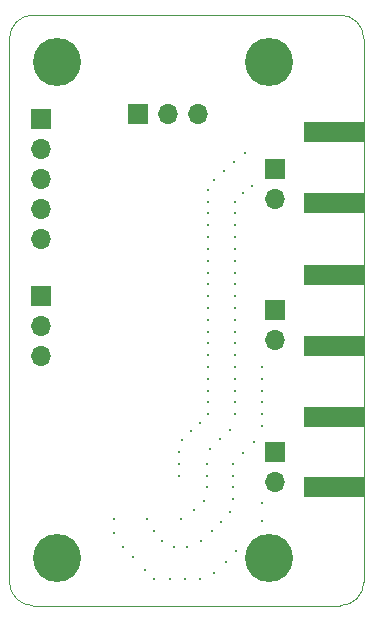
<source format=gbr>
G04 #@! TF.FileFunction,Soldermask,Bot*
%FSLAX46Y46*%
G04 Gerber Fmt 4.6, Leading zero omitted, Abs format (unit mm)*
G04 Created by KiCad (PCBNEW 4.0.6-e0-6349~53~ubuntu16.04.1) date Fri Mar 17 13:45:09 2017*
%MOMM*%
%LPD*%
G01*
G04 APERTURE LIST*
%ADD10C,0.200000*%
%ADD11C,0.100000*%
%ADD12C,0.200000*%
%ADD13R,1.700000X1.700000*%
%ADD14O,1.700000X1.700000*%
%ADD15R,5.080000X1.800000*%
%ADD16C,0.300000*%
%ADD17C,4.064000*%
G04 APERTURE END LIST*
D10*
D11*
X128000000Y-100000000D02*
G75*
G03X130000000Y-98000000I0J2000000D01*
G01*
X100000000Y-98000000D02*
G75*
G03X102000000Y-100000000I2000000J0D01*
G01*
X130000000Y-52000000D02*
G75*
G03X128000000Y-50000000I-2000000J0D01*
G01*
X102000000Y-50000000D02*
G75*
G03X100000000Y-52000000I0J-2000000D01*
G01*
X128000000Y-50000000D02*
X102000000Y-50000000D01*
X130000000Y-98000000D02*
X130000000Y-52000000D01*
X102000000Y-100000000D02*
X128000000Y-100000000D01*
X100000000Y-52000000D02*
X100000000Y-98000000D01*
D12*
X112200000Y-93700000D03*
D13*
X122500000Y-87000000D03*
D14*
X122500000Y-89540000D03*
D13*
X122500000Y-75000000D03*
D14*
X122500000Y-77540000D03*
D13*
X122500000Y-63000000D03*
D14*
X122500000Y-65540000D03*
D13*
X110920000Y-58400000D03*
D14*
X113460000Y-58400000D03*
X116000000Y-58400000D03*
D13*
X102650000Y-73760000D03*
D14*
X102650000Y-76300000D03*
X102650000Y-78840000D03*
D13*
X102650000Y-58800000D03*
D14*
X102650000Y-61340000D03*
X102650000Y-63880000D03*
X102650000Y-66420000D03*
X102650000Y-68960000D03*
D12*
X121350000Y-91350000D03*
X121350000Y-92800000D03*
X112250000Y-97750000D03*
X119150000Y-95350000D03*
X118300000Y-96300000D03*
X117300000Y-97250000D03*
X116150000Y-97750000D03*
X114850000Y-97750000D03*
X113550000Y-97750000D03*
X111450000Y-97000000D03*
X110450000Y-95900000D03*
X109650000Y-95000000D03*
X108850000Y-93850000D03*
X108850000Y-92700000D03*
X119950000Y-61650000D03*
X119000000Y-62400000D03*
X118150000Y-63200000D03*
X117350000Y-64000000D03*
X120500000Y-64450000D03*
X119800000Y-65050000D03*
X119100000Y-65800000D03*
X119100000Y-66800000D03*
X119100000Y-67800000D03*
X119100000Y-68800000D03*
X119100000Y-69800000D03*
X119100000Y-70800000D03*
X119100000Y-71800000D03*
X119100000Y-72800000D03*
X119100000Y-73800000D03*
X119100000Y-74800000D03*
X121400000Y-79800000D03*
X121400000Y-80800000D03*
X121400000Y-81800000D03*
X121400000Y-82800000D03*
X121400000Y-83800000D03*
X118650000Y-92050000D03*
X121400000Y-84800000D03*
X120700000Y-86150000D03*
X119750000Y-87100000D03*
X118900000Y-88000000D03*
X118900000Y-89000000D03*
X118900000Y-90000000D03*
X118900000Y-91000000D03*
X117950000Y-92900000D03*
X117150000Y-93650000D03*
X116250000Y-94500000D03*
X115000000Y-95050000D03*
X113900000Y-95050000D03*
X112950000Y-94550000D03*
X111650000Y-92700000D03*
X114550000Y-92650000D03*
X115600000Y-91900000D03*
X116450000Y-91150000D03*
X116700000Y-90000000D03*
X116700000Y-89000000D03*
X116700000Y-88000000D03*
X116950000Y-86750000D03*
X117850000Y-85900000D03*
X119100000Y-76800000D03*
X119100000Y-77800000D03*
X119100000Y-78800000D03*
X119100000Y-79800000D03*
X119100000Y-80800000D03*
X119100000Y-81800000D03*
X119100000Y-82800000D03*
X119100000Y-83800000D03*
X116100000Y-84500000D03*
X115400000Y-85250000D03*
X114600000Y-86000000D03*
X114350000Y-87000000D03*
X114350000Y-88000000D03*
X114350000Y-89000000D03*
X118650000Y-85150000D03*
X116800000Y-83800000D03*
X116800000Y-82800000D03*
X116800000Y-81800000D03*
X116800000Y-80800000D03*
X116800000Y-79800000D03*
X116800000Y-78800000D03*
X116800000Y-77800000D03*
X116800000Y-76800000D03*
X116800000Y-75800000D03*
X116800000Y-74800000D03*
X116800000Y-73800000D03*
X116800000Y-72800000D03*
X116800000Y-71800000D03*
X116800000Y-70800000D03*
X116800000Y-69800000D03*
X116800000Y-68800000D03*
X116800000Y-67800000D03*
X116800000Y-66800000D03*
X116800000Y-65800000D03*
X116800000Y-64800000D03*
D15*
X127460000Y-59900000D03*
D16*
X129500000Y-59900000D03*
X125500000Y-59900000D03*
X126500000Y-60400000D03*
X126500000Y-59400000D03*
X127500000Y-59900000D03*
X128500000Y-60400000D03*
X128500000Y-59400000D03*
X129500000Y-65900000D03*
X125500000Y-65900000D03*
X126500000Y-66400000D03*
X126500000Y-65400000D03*
X127500000Y-65900000D03*
X128500000Y-66400000D03*
X128500000Y-65400000D03*
D15*
X127460000Y-65900000D03*
X127460000Y-84000000D03*
D16*
X129500000Y-84000000D03*
X125500000Y-84000000D03*
X126500000Y-84500000D03*
X126500000Y-83500000D03*
X127500000Y-84000000D03*
X128500000Y-84500000D03*
X128500000Y-83500000D03*
X129500000Y-90000000D03*
X125500000Y-90000000D03*
X126500000Y-90500000D03*
X126500000Y-89500000D03*
X127500000Y-90000000D03*
X128500000Y-90500000D03*
X128500000Y-89500000D03*
D15*
X127460000Y-90000000D03*
X127460000Y-72050000D03*
D16*
X129500000Y-72050000D03*
X125500000Y-72050000D03*
X126500000Y-72550000D03*
X126500000Y-71550000D03*
X127500000Y-72050000D03*
X128500000Y-72550000D03*
X128500000Y-71550000D03*
X129500000Y-78050000D03*
X125500000Y-78050000D03*
X126500000Y-78550000D03*
X126500000Y-77550000D03*
X127500000Y-78050000D03*
X128500000Y-78550000D03*
X128500000Y-77550000D03*
D15*
X127460000Y-78050000D03*
D17*
X122000000Y-96000000D03*
X104000000Y-96000000D03*
X122000000Y-54000000D03*
X104000000Y-54000000D03*
D12*
X119100000Y-75800000D03*
M02*

</source>
